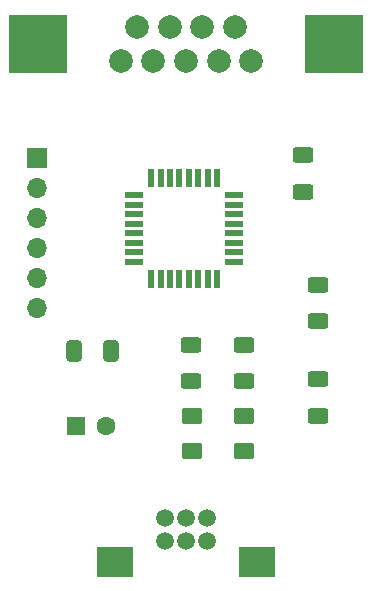
<source format=gbr>
%TF.GenerationSoftware,KiCad,Pcbnew,7.0.9*%
%TF.CreationDate,2023-12-15T19:35:31+03:00*%
%TF.ProjectId,SMD2WII,534d4432-5749-4492-9e6b-696361645f70,rev?*%
%TF.SameCoordinates,Original*%
%TF.FileFunction,Soldermask,Top*%
%TF.FilePolarity,Negative*%
%FSLAX46Y46*%
G04 Gerber Fmt 4.6, Leading zero omitted, Abs format (unit mm)*
G04 Created by KiCad (PCBNEW 7.0.9) date 2023-12-15 19:35:31*
%MOMM*%
%LPD*%
G01*
G04 APERTURE LIST*
G04 Aperture macros list*
%AMRoundRect*
0 Rectangle with rounded corners*
0 $1 Rounding radius*
0 $2 $3 $4 $5 $6 $7 $8 $9 X,Y pos of 4 corners*
0 Add a 4 corners polygon primitive as box body*
4,1,4,$2,$3,$4,$5,$6,$7,$8,$9,$2,$3,0*
0 Add four circle primitives for the rounded corners*
1,1,$1+$1,$2,$3*
1,1,$1+$1,$4,$5*
1,1,$1+$1,$6,$7*
1,1,$1+$1,$8,$9*
0 Add four rect primitives between the rounded corners*
20,1,$1+$1,$2,$3,$4,$5,0*
20,1,$1+$1,$4,$5,$6,$7,0*
20,1,$1+$1,$6,$7,$8,$9,0*
20,1,$1+$1,$8,$9,$2,$3,0*%
%AMFreePoly0*
4,1,5,1.500000,-1.250000,-1.500000,-1.250000,-1.500000,1.250000,1.500000,1.250000,1.500000,-1.250000,1.500000,-1.250000,$1*%
G04 Aperture macros list end*
%ADD10R,1.600000X1.600000*%
%ADD11C,1.600000*%
%ADD12RoundRect,0.250000X-0.625000X0.400000X-0.625000X-0.400000X0.625000X-0.400000X0.625000X0.400000X0*%
%ADD13RoundRect,0.250000X0.625000X-0.400000X0.625000X0.400000X-0.625000X0.400000X-0.625000X-0.400000X0*%
%ADD14RoundRect,0.250000X-0.412500X-0.650000X0.412500X-0.650000X0.412500X0.650000X-0.412500X0.650000X0*%
%ADD15R,5.000000X5.000000*%
%ADD16C,2.000000*%
%ADD17RoundRect,0.250001X0.624999X-0.462499X0.624999X0.462499X-0.624999X0.462499X-0.624999X-0.462499X0*%
%ADD18FreePoly0,180.000000*%
%ADD19C,1.500000*%
%ADD20R,0.550000X1.600000*%
%ADD21R,1.600000X0.550000*%
%ADD22R,1.700000X1.700000*%
%ADD23O,1.700000X1.700000*%
G04 APERTURE END LIST*
D10*
%TO.C,C1*%
X104344888Y-95500000D03*
D11*
X106844888Y-95500000D03*
%TD*%
D12*
%TO.C,R5*%
X118600000Y-88600000D03*
X118600000Y-91700000D03*
%TD*%
D13*
%TO.C,R2*%
X124850000Y-94600000D03*
X124850000Y-91500000D03*
%TD*%
D12*
%TO.C,R3*%
X123600000Y-72550000D03*
X123600000Y-75650000D03*
%TD*%
D14*
%TO.C,C2*%
X104175000Y-89100000D03*
X107300000Y-89100000D03*
%TD*%
D15*
%TO.C,J2*%
X126160000Y-63110331D03*
X101160000Y-63110331D03*
D16*
X119200000Y-64530331D03*
X116430000Y-64530331D03*
X113660000Y-64530331D03*
X110890000Y-64530331D03*
X108120000Y-64530331D03*
X117815000Y-61690331D03*
X115045000Y-61690331D03*
X112275000Y-61690331D03*
X109505000Y-61690331D03*
%TD*%
D17*
%TO.C,D2*%
X118550000Y-97575000D03*
X118550000Y-94600000D03*
%TD*%
D18*
%TO.C,J1*%
X119650000Y-107000000D03*
X107650000Y-107000000D03*
D19*
X115450000Y-103250000D03*
X113650000Y-103250000D03*
X111850000Y-103250000D03*
X115450000Y-105250000D03*
X113650000Y-105250000D03*
X111850000Y-105250000D03*
%TD*%
D20*
%TO.C,U1*%
X116300000Y-74500000D03*
X115500000Y-74500000D03*
X114700000Y-74500000D03*
X113900000Y-74500000D03*
X113100000Y-74500000D03*
X112300000Y-74500000D03*
X111500000Y-74500000D03*
X110700000Y-74500000D03*
D21*
X109250000Y-75950000D03*
X109250000Y-76750000D03*
X109250000Y-77550000D03*
X109250000Y-78350000D03*
X109250000Y-79150000D03*
X109250000Y-79950000D03*
X109250000Y-80750000D03*
X109250000Y-81550000D03*
D20*
X110700000Y-83000000D03*
X111500000Y-83000000D03*
X112300000Y-83000000D03*
X113100000Y-83000000D03*
X113900000Y-83000000D03*
X114700000Y-83000000D03*
X115500000Y-83000000D03*
X116300000Y-83000000D03*
D21*
X117750000Y-81550000D03*
X117750000Y-80750000D03*
X117750000Y-79950000D03*
X117750000Y-79150000D03*
X117750000Y-78350000D03*
X117750000Y-77550000D03*
X117750000Y-76750000D03*
X117750000Y-75950000D03*
%TD*%
D13*
%TO.C,R1*%
X124850000Y-86600000D03*
X124850000Y-83500000D03*
%TD*%
D17*
%TO.C,D1*%
X114150000Y-97575000D03*
X114150000Y-94600000D03*
%TD*%
D22*
%TO.C,J3*%
X101050000Y-72770000D03*
D23*
X101050000Y-75310000D03*
X101050000Y-77850000D03*
X101050000Y-80390000D03*
X101050000Y-82930000D03*
X101050000Y-85470000D03*
%TD*%
D12*
%TO.C,R4*%
X114100000Y-88600000D03*
X114100000Y-91700000D03*
%TD*%
M02*

</source>
